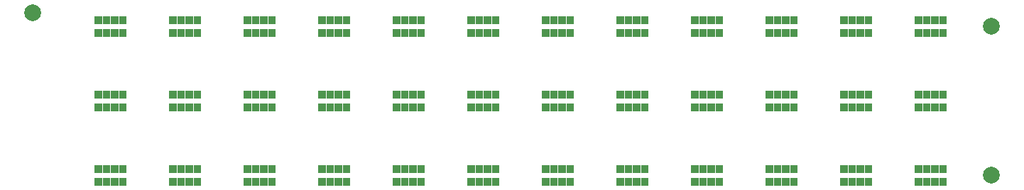
<source format=gbr>
G04 start of page 6 for group -4063 idx -4063 *
G04 Title: (unknown), componentmask *
G04 Creator: pcb 4.0.2 *
G04 CreationDate: Thu Oct 28 15:19:50 2021 UTC *
G04 For: ndholmes *
G04 Format: Gerber/RS-274X *
G04 PCB-Dimensions (mil): 4900.00 1150.00 *
G04 PCB-Coordinate-Origin: lower left *
%MOIN*%
%FSLAX25Y25*%
%LNTOPMASK*%
%ADD24C,0.0001*%
%ADD23C,0.0787*%
G54D23*X16000Y99000D03*
X466000Y22500D03*
Y92500D03*
G54D24*G36*
X185054Y91226D02*Y87790D01*
X188490D01*
Y91226D01*
X185054D01*
G37*
G36*
Y97210D02*Y93774D01*
X188490D01*
Y97210D01*
X185054D01*
G37*
G36*
X188874Y91226D02*Y87790D01*
X192308D01*
Y91226D01*
X188874D01*
G37*
G36*
X192692D02*Y87790D01*
X196126D01*
Y91226D01*
X192692D01*
G37*
G36*
Y97210D02*Y93774D01*
X196126D01*
Y97210D01*
X192692D01*
G37*
G36*
X188874D02*Y93774D01*
X192308D01*
Y97210D01*
X188874D01*
G37*
G36*
X196510Y91226D02*Y87790D01*
X199946D01*
Y91226D01*
X196510D01*
G37*
G36*
Y97210D02*Y93774D01*
X199946D01*
Y97210D01*
X196510D01*
G37*
G36*
X220054Y91226D02*Y87790D01*
X223490D01*
Y91226D01*
X220054D01*
G37*
G36*
X223874D02*Y87790D01*
X227308D01*
Y91226D01*
X223874D01*
G37*
G36*
X220054Y97210D02*Y93774D01*
X223490D01*
Y97210D01*
X220054D01*
G37*
G36*
X227692Y91226D02*Y87790D01*
X231126D01*
Y91226D01*
X227692D01*
G37*
G36*
X231510D02*Y87790D01*
X234946D01*
Y91226D01*
X231510D01*
G37*
G36*
X223874Y97210D02*Y93774D01*
X227308D01*
Y97210D01*
X223874D01*
G37*
G36*
X231510D02*Y93774D01*
X234946D01*
Y97210D01*
X231510D01*
G37*
G36*
X227692D02*Y93774D01*
X231126D01*
Y97210D01*
X227692D01*
G37*
G36*
X255054Y91226D02*Y87790D01*
X258490D01*
Y91226D01*
X255054D01*
G37*
G36*
Y97210D02*Y93774D01*
X258490D01*
Y97210D01*
X255054D01*
G37*
G36*
X258874Y91226D02*Y87790D01*
X262308D01*
Y91226D01*
X258874D01*
G37*
G36*
X262692D02*Y87790D01*
X266126D01*
Y91226D01*
X262692D01*
G37*
G36*
Y97210D02*Y93774D01*
X266126D01*
Y97210D01*
X262692D01*
G37*
G36*
X258874D02*Y93774D01*
X262308D01*
Y97210D01*
X258874D01*
G37*
G36*
X266510Y91226D02*Y87790D01*
X269946D01*
Y91226D01*
X266510D01*
G37*
G36*
Y97210D02*Y93774D01*
X269946D01*
Y97210D01*
X266510D01*
G37*
G36*
X290054Y91226D02*Y87790D01*
X293490D01*
Y91226D01*
X290054D01*
G37*
G36*
X293874D02*Y87790D01*
X297308D01*
Y91226D01*
X293874D01*
G37*
G36*
X290054Y97210D02*Y93774D01*
X293490D01*
Y97210D01*
X290054D01*
G37*
G36*
X297692Y91226D02*Y87790D01*
X301126D01*
Y91226D01*
X297692D01*
G37*
G36*
X301510D02*Y87790D01*
X304946D01*
Y91226D01*
X301510D01*
G37*
G36*
X293874Y97210D02*Y93774D01*
X297308D01*
Y97210D01*
X293874D01*
G37*
G36*
X301510D02*Y93774D01*
X304946D01*
Y97210D01*
X301510D01*
G37*
G36*
X297692D02*Y93774D01*
X301126D01*
Y97210D01*
X297692D01*
G37*
G36*
X325054Y91226D02*Y87790D01*
X328490D01*
Y91226D01*
X325054D01*
G37*
G36*
Y97210D02*Y93774D01*
X328490D01*
Y97210D01*
X325054D01*
G37*
G36*
X328874Y91226D02*Y87790D01*
X332308D01*
Y91226D01*
X328874D01*
G37*
G36*
X332692D02*Y87790D01*
X336126D01*
Y91226D01*
X332692D01*
G37*
G36*
Y97210D02*Y93774D01*
X336126D01*
Y97210D01*
X332692D01*
G37*
G36*
X328874D02*Y93774D01*
X332308D01*
Y97210D01*
X328874D01*
G37*
G36*
X336510Y91226D02*Y87790D01*
X339946D01*
Y91226D01*
X336510D01*
G37*
G36*
Y97210D02*Y93774D01*
X339946D01*
Y97210D01*
X336510D01*
G37*
G36*
X360054Y91226D02*Y87790D01*
X363490D01*
Y91226D01*
X360054D01*
G37*
G36*
X363874D02*Y87790D01*
X367308D01*
Y91226D01*
X363874D01*
G37*
G36*
X360054Y97210D02*Y93774D01*
X363490D01*
Y97210D01*
X360054D01*
G37*
G36*
X367692Y91226D02*Y87790D01*
X371126D01*
Y91226D01*
X367692D01*
G37*
G36*
X371510D02*Y87790D01*
X374946D01*
Y91226D01*
X371510D01*
G37*
G36*
X363874Y97210D02*Y93774D01*
X367308D01*
Y97210D01*
X363874D01*
G37*
G36*
X371510D02*Y93774D01*
X374946D01*
Y97210D01*
X371510D01*
G37*
G36*
X367692D02*Y93774D01*
X371126D01*
Y97210D01*
X367692D01*
G37*
G36*
X395054Y91226D02*Y87790D01*
X398490D01*
Y91226D01*
X395054D01*
G37*
G36*
Y97210D02*Y93774D01*
X398490D01*
Y97210D01*
X395054D01*
G37*
G36*
X398874Y91226D02*Y87790D01*
X402308D01*
Y91226D01*
X398874D01*
G37*
G36*
X402692D02*Y87790D01*
X406126D01*
Y91226D01*
X402692D01*
G37*
G36*
Y97210D02*Y93774D01*
X406126D01*
Y97210D01*
X402692D01*
G37*
G36*
X398874D02*Y93774D01*
X402308D01*
Y97210D01*
X398874D01*
G37*
G36*
X406510Y91226D02*Y87790D01*
X409946D01*
Y91226D01*
X406510D01*
G37*
G36*
Y97210D02*Y93774D01*
X409946D01*
Y97210D01*
X406510D01*
G37*
G36*
X430054Y91226D02*Y87790D01*
X433490D01*
Y91226D01*
X430054D01*
G37*
G36*
X433873D02*Y87790D01*
X437308D01*
Y91226D01*
X433873D01*
G37*
G36*
X430054Y97210D02*Y93774D01*
X433490D01*
Y97210D01*
X430054D01*
G37*
G36*
X437692Y91226D02*Y87790D01*
X441127D01*
Y91226D01*
X437692D01*
G37*
G36*
X441510D02*Y87790D01*
X444946D01*
Y91226D01*
X441510D01*
G37*
G36*
X433873Y97210D02*Y93774D01*
X437308D01*
Y97210D01*
X433873D01*
G37*
G36*
X441510D02*Y93774D01*
X444946D01*
Y97210D01*
X441510D01*
G37*
G36*
X437692D02*Y93774D01*
X441127D01*
Y97210D01*
X437692D01*
G37*
G36*
X115054Y91226D02*Y87790D01*
X118490D01*
Y91226D01*
X115054D01*
G37*
G36*
Y97210D02*Y93774D01*
X118490D01*
Y97210D01*
X115054D01*
G37*
G36*
X118873Y91226D02*Y87790D01*
X122308D01*
Y91226D01*
X118873D01*
G37*
G36*
X122692D02*Y87790D01*
X126127D01*
Y91226D01*
X122692D01*
G37*
G36*
Y97210D02*Y93774D01*
X126127D01*
Y97210D01*
X122692D01*
G37*
G36*
X118873D02*Y93774D01*
X122308D01*
Y97210D01*
X118873D01*
G37*
G36*
X126510Y91226D02*Y87790D01*
X129946D01*
Y91226D01*
X126510D01*
G37*
G36*
Y97210D02*Y93774D01*
X129946D01*
Y97210D01*
X126510D01*
G37*
G36*
X150054Y91226D02*Y87790D01*
X153490D01*
Y91226D01*
X150054D01*
G37*
G36*
X153874D02*Y87790D01*
X157308D01*
Y91226D01*
X153874D01*
G37*
G36*
X150054Y97210D02*Y93774D01*
X153490D01*
Y97210D01*
X150054D01*
G37*
G36*
X157692Y91226D02*Y87790D01*
X161126D01*
Y91226D01*
X157692D01*
G37*
G36*
X161510D02*Y87790D01*
X164946D01*
Y91226D01*
X161510D01*
G37*
G36*
X153874Y97210D02*Y93774D01*
X157308D01*
Y97210D01*
X153874D01*
G37*
G36*
X161510D02*Y93774D01*
X164946D01*
Y97210D01*
X161510D01*
G37*
G36*
X157692D02*Y93774D01*
X161126D01*
Y97210D01*
X157692D01*
G37*
G36*
X45054D02*Y93774D01*
X48490D01*
Y97210D01*
X45054D01*
G37*
G36*
X56510D02*Y93774D01*
X59946D01*
Y97210D01*
X56510D01*
G37*
G36*
X52692D02*Y93774D01*
X56126D01*
Y97210D01*
X52692D01*
G37*
G36*
Y91226D02*Y87790D01*
X56126D01*
Y91226D01*
X52692D01*
G37*
G36*
X56510D02*Y87790D01*
X59946D01*
Y91226D01*
X56510D01*
G37*
G36*
X48874Y97210D02*Y93774D01*
X52308D01*
Y97210D01*
X48874D01*
G37*
G36*
X45054Y91226D02*Y87790D01*
X48490D01*
Y91226D01*
X45054D01*
G37*
G36*
X48874D02*Y87790D01*
X52308D01*
Y91226D01*
X48874D01*
G37*
G36*
X45054Y56226D02*Y52790D01*
X48490D01*
Y56226D01*
X45054D01*
G37*
G36*
X48874D02*Y52790D01*
X52308D01*
Y56226D01*
X48874D01*
G37*
G36*
X45054Y62210D02*Y58774D01*
X48490D01*
Y62210D01*
X45054D01*
G37*
G36*
X52692Y56226D02*Y52790D01*
X56126D01*
Y56226D01*
X52692D01*
G37*
G36*
X56510D02*Y52790D01*
X59946D01*
Y56226D01*
X56510D01*
G37*
G36*
X48874Y62210D02*Y58774D01*
X52308D01*
Y62210D01*
X48874D01*
G37*
G36*
X56510D02*Y58774D01*
X59946D01*
Y62210D01*
X56510D01*
G37*
G36*
X52692D02*Y58774D01*
X56126D01*
Y62210D01*
X52692D01*
G37*
G36*
X45054Y21226D02*Y17790D01*
X48490D01*
Y21226D01*
X45054D01*
G37*
G36*
Y27210D02*Y23774D01*
X48490D01*
Y27210D01*
X45054D01*
G37*
G36*
X48874Y21226D02*Y17790D01*
X52308D01*
Y21226D01*
X48874D01*
G37*
G36*
Y27210D02*Y23774D01*
X52308D01*
Y27210D01*
X48874D01*
G37*
G36*
X52692Y21226D02*Y17790D01*
X56126D01*
Y21226D01*
X52692D01*
G37*
G36*
X56510D02*Y17790D01*
X59946D01*
Y21226D01*
X56510D01*
G37*
G36*
Y27210D02*Y23774D01*
X59946D01*
Y27210D01*
X56510D01*
G37*
G36*
X52692D02*Y23774D01*
X56126D01*
Y27210D01*
X52692D01*
G37*
G36*
X80054Y91226D02*Y87790D01*
X83490D01*
Y91226D01*
X80054D01*
G37*
G36*
X83874D02*Y87790D01*
X87308D01*
Y91226D01*
X83874D01*
G37*
G36*
X80054Y97210D02*Y93774D01*
X83490D01*
Y97210D01*
X80054D01*
G37*
G36*
X87692Y91226D02*Y87790D01*
X91126D01*
Y91226D01*
X87692D01*
G37*
G36*
X91510D02*Y87790D01*
X94946D01*
Y91226D01*
X91510D01*
G37*
G36*
X83874Y97210D02*Y93774D01*
X87308D01*
Y97210D01*
X83874D01*
G37*
G36*
X91510D02*Y93774D01*
X94946D01*
Y97210D01*
X91510D01*
G37*
G36*
X87692D02*Y93774D01*
X91126D01*
Y97210D01*
X87692D01*
G37*
G36*
X80054Y56226D02*Y52790D01*
X83490D01*
Y56226D01*
X80054D01*
G37*
G36*
Y62210D02*Y58774D01*
X83490D01*
Y62210D01*
X80054D01*
G37*
G36*
X83874Y56226D02*Y52790D01*
X87308D01*
Y56226D01*
X83874D01*
G37*
G36*
X87692D02*Y52790D01*
X91126D01*
Y56226D01*
X87692D01*
G37*
G36*
Y62210D02*Y58774D01*
X91126D01*
Y62210D01*
X87692D01*
G37*
G36*
X83874D02*Y58774D01*
X87308D01*
Y62210D01*
X83874D01*
G37*
G36*
X91510Y56226D02*Y52790D01*
X94946D01*
Y56226D01*
X91510D01*
G37*
G36*
Y62210D02*Y58774D01*
X94946D01*
Y62210D01*
X91510D01*
G37*
G36*
X80054Y21226D02*Y17790D01*
X83490D01*
Y21226D01*
X80054D01*
G37*
G36*
X83874D02*Y17790D01*
X87308D01*
Y21226D01*
X83874D01*
G37*
G36*
X80054Y27210D02*Y23774D01*
X83490D01*
Y27210D01*
X80054D01*
G37*
G36*
X87692Y21226D02*Y17790D01*
X91126D01*
Y21226D01*
X87692D01*
G37*
G36*
X91510D02*Y17790D01*
X94946D01*
Y21226D01*
X91510D01*
G37*
G36*
X83874Y27210D02*Y23774D01*
X87308D01*
Y27210D01*
X83874D01*
G37*
G36*
X91510D02*Y23774D01*
X94946D01*
Y27210D01*
X91510D01*
G37*
G36*
X87692D02*Y23774D01*
X91126D01*
Y27210D01*
X87692D01*
G37*
G36*
X115054Y56226D02*Y52790D01*
X118490D01*
Y56226D01*
X115054D01*
G37*
G36*
X118873D02*Y52790D01*
X122308D01*
Y56226D01*
X118873D01*
G37*
G36*
X115054Y62210D02*Y58774D01*
X118490D01*
Y62210D01*
X115054D01*
G37*
G36*
X122692Y56226D02*Y52790D01*
X126127D01*
Y56226D01*
X122692D01*
G37*
G36*
X126510D02*Y52790D01*
X129946D01*
Y56226D01*
X126510D01*
G37*
G36*
X118873Y62210D02*Y58774D01*
X122308D01*
Y62210D01*
X118873D01*
G37*
G36*
X126510D02*Y58774D01*
X129946D01*
Y62210D01*
X126510D01*
G37*
G36*
X122692D02*Y58774D01*
X126127D01*
Y62210D01*
X122692D01*
G37*
G36*
X115054Y21226D02*Y17790D01*
X118490D01*
Y21226D01*
X115054D01*
G37*
G36*
Y27210D02*Y23774D01*
X118490D01*
Y27210D01*
X115054D01*
G37*
G36*
X118873Y21226D02*Y17790D01*
X122308D01*
Y21226D01*
X118873D01*
G37*
G36*
Y27210D02*Y23774D01*
X122308D01*
Y27210D01*
X118873D01*
G37*
G36*
X122692Y21226D02*Y17790D01*
X126127D01*
Y21226D01*
X122692D01*
G37*
G36*
X126510D02*Y17790D01*
X129946D01*
Y21226D01*
X126510D01*
G37*
G36*
Y27210D02*Y23774D01*
X129946D01*
Y27210D01*
X126510D01*
G37*
G36*
X122692D02*Y23774D01*
X126127D01*
Y27210D01*
X122692D01*
G37*
G36*
X150054Y56226D02*Y52790D01*
X153490D01*
Y56226D01*
X150054D01*
G37*
G36*
Y62210D02*Y58774D01*
X153490D01*
Y62210D01*
X150054D01*
G37*
G36*
X153874Y56226D02*Y52790D01*
X157308D01*
Y56226D01*
X153874D01*
G37*
G36*
X157692D02*Y52790D01*
X161126D01*
Y56226D01*
X157692D01*
G37*
G36*
Y62210D02*Y58774D01*
X161126D01*
Y62210D01*
X157692D01*
G37*
G36*
X153874D02*Y58774D01*
X157308D01*
Y62210D01*
X153874D01*
G37*
G36*
X161510Y56226D02*Y52790D01*
X164946D01*
Y56226D01*
X161510D01*
G37*
G36*
Y62210D02*Y58774D01*
X164946D01*
Y62210D01*
X161510D01*
G37*
G36*
X150054Y21226D02*Y17790D01*
X153490D01*
Y21226D01*
X150054D01*
G37*
G36*
X153874D02*Y17790D01*
X157308D01*
Y21226D01*
X153874D01*
G37*
G36*
X150054Y27210D02*Y23774D01*
X153490D01*
Y27210D01*
X150054D01*
G37*
G36*
X157692Y21226D02*Y17790D01*
X161126D01*
Y21226D01*
X157692D01*
G37*
G36*
X161510D02*Y17790D01*
X164946D01*
Y21226D01*
X161510D01*
G37*
G36*
X153874Y27210D02*Y23774D01*
X157308D01*
Y27210D01*
X153874D01*
G37*
G36*
X161510D02*Y23774D01*
X164946D01*
Y27210D01*
X161510D01*
G37*
G36*
X157692D02*Y23774D01*
X161126D01*
Y27210D01*
X157692D01*
G37*
G36*
X185054Y21226D02*Y17790D01*
X188490D01*
Y21226D01*
X185054D01*
G37*
G36*
Y27210D02*Y23774D01*
X188490D01*
Y27210D01*
X185054D01*
G37*
G36*
X188874Y21226D02*Y17790D01*
X192308D01*
Y21226D01*
X188874D01*
G37*
G36*
X192692D02*Y17790D01*
X196126D01*
Y21226D01*
X192692D01*
G37*
G36*
Y27210D02*Y23774D01*
X196126D01*
Y27210D01*
X192692D01*
G37*
G36*
X188874D02*Y23774D01*
X192308D01*
Y27210D01*
X188874D01*
G37*
G36*
X196510Y21226D02*Y17790D01*
X199946D01*
Y21226D01*
X196510D01*
G37*
G36*
Y27210D02*Y23774D01*
X199946D01*
Y27210D01*
X196510D01*
G37*
G36*
X185054Y56226D02*Y52790D01*
X188490D01*
Y56226D01*
X185054D01*
G37*
G36*
X188874D02*Y52790D01*
X192308D01*
Y56226D01*
X188874D01*
G37*
G36*
X185054Y62210D02*Y58774D01*
X188490D01*
Y62210D01*
X185054D01*
G37*
G36*
X192692Y56226D02*Y52790D01*
X196126D01*
Y56226D01*
X192692D01*
G37*
G36*
X196510D02*Y52790D01*
X199946D01*
Y56226D01*
X196510D01*
G37*
G36*
X188874Y62210D02*Y58774D01*
X192308D01*
Y62210D01*
X188874D01*
G37*
G36*
X196510D02*Y58774D01*
X199946D01*
Y62210D01*
X196510D01*
G37*
G36*
X192692D02*Y58774D01*
X196126D01*
Y62210D01*
X192692D01*
G37*
G36*
X220054Y56226D02*Y52790D01*
X223490D01*
Y56226D01*
X220054D01*
G37*
G36*
Y62210D02*Y58774D01*
X223490D01*
Y62210D01*
X220054D01*
G37*
G36*
X223874Y56226D02*Y52790D01*
X227308D01*
Y56226D01*
X223874D01*
G37*
G36*
X227692D02*Y52790D01*
X231126D01*
Y56226D01*
X227692D01*
G37*
G36*
Y62210D02*Y58774D01*
X231126D01*
Y62210D01*
X227692D01*
G37*
G36*
X223874D02*Y58774D01*
X227308D01*
Y62210D01*
X223874D01*
G37*
G36*
X231510Y56226D02*Y52790D01*
X234946D01*
Y56226D01*
X231510D01*
G37*
G36*
Y62210D02*Y58774D01*
X234946D01*
Y62210D01*
X231510D01*
G37*
G36*
X255054Y56226D02*Y52790D01*
X258490D01*
Y56226D01*
X255054D01*
G37*
G36*
X258874D02*Y52790D01*
X262308D01*
Y56226D01*
X258874D01*
G37*
G36*
X255054Y62210D02*Y58774D01*
X258490D01*
Y62210D01*
X255054D01*
G37*
G36*
X262692Y56226D02*Y52790D01*
X266126D01*
Y56226D01*
X262692D01*
G37*
G36*
X266510D02*Y52790D01*
X269946D01*
Y56226D01*
X266510D01*
G37*
G36*
X258874Y62210D02*Y58774D01*
X262308D01*
Y62210D01*
X258874D01*
G37*
G36*
X266510D02*Y58774D01*
X269946D01*
Y62210D01*
X266510D01*
G37*
G36*
X262692D02*Y58774D01*
X266126D01*
Y62210D01*
X262692D01*
G37*
G36*
X290054Y56226D02*Y52790D01*
X293490D01*
Y56226D01*
X290054D01*
G37*
G36*
Y62210D02*Y58774D01*
X293490D01*
Y62210D01*
X290054D01*
G37*
G36*
X293874Y56226D02*Y52790D01*
X297308D01*
Y56226D01*
X293874D01*
G37*
G36*
X297692D02*Y52790D01*
X301126D01*
Y56226D01*
X297692D01*
G37*
G36*
Y62210D02*Y58774D01*
X301126D01*
Y62210D01*
X297692D01*
G37*
G36*
X293874D02*Y58774D01*
X297308D01*
Y62210D01*
X293874D01*
G37*
G36*
X301510Y56226D02*Y52790D01*
X304946D01*
Y56226D01*
X301510D01*
G37*
G36*
Y62210D02*Y58774D01*
X304946D01*
Y62210D01*
X301510D01*
G37*
G36*
X325054Y56226D02*Y52790D01*
X328490D01*
Y56226D01*
X325054D01*
G37*
G36*
X328874D02*Y52790D01*
X332308D01*
Y56226D01*
X328874D01*
G37*
G36*
X325054Y62210D02*Y58774D01*
X328490D01*
Y62210D01*
X325054D01*
G37*
G36*
X332692Y56226D02*Y52790D01*
X336126D01*
Y56226D01*
X332692D01*
G37*
G36*
X336510D02*Y52790D01*
X339946D01*
Y56226D01*
X336510D01*
G37*
G36*
X328874Y62210D02*Y58774D01*
X332308D01*
Y62210D01*
X328874D01*
G37*
G36*
X336510D02*Y58774D01*
X339946D01*
Y62210D01*
X336510D01*
G37*
G36*
X332692D02*Y58774D01*
X336126D01*
Y62210D01*
X332692D01*
G37*
G36*
X360054Y56226D02*Y52790D01*
X363490D01*
Y56226D01*
X360054D01*
G37*
G36*
Y62210D02*Y58774D01*
X363490D01*
Y62210D01*
X360054D01*
G37*
G36*
X363874Y56226D02*Y52790D01*
X367308D01*
Y56226D01*
X363874D01*
G37*
G36*
X367692D02*Y52790D01*
X371126D01*
Y56226D01*
X367692D01*
G37*
G36*
Y62210D02*Y58774D01*
X371126D01*
Y62210D01*
X367692D01*
G37*
G36*
X363874D02*Y58774D01*
X367308D01*
Y62210D01*
X363874D01*
G37*
G36*
X371510Y56226D02*Y52790D01*
X374946D01*
Y56226D01*
X371510D01*
G37*
G36*
Y62210D02*Y58774D01*
X374946D01*
Y62210D01*
X371510D01*
G37*
G36*
X395054Y56226D02*Y52790D01*
X398490D01*
Y56226D01*
X395054D01*
G37*
G36*
X398874D02*Y52790D01*
X402308D01*
Y56226D01*
X398874D01*
G37*
G36*
X395054Y62210D02*Y58774D01*
X398490D01*
Y62210D01*
X395054D01*
G37*
G36*
X402692Y56226D02*Y52790D01*
X406126D01*
Y56226D01*
X402692D01*
G37*
G36*
X406510D02*Y52790D01*
X409946D01*
Y56226D01*
X406510D01*
G37*
G36*
X398874Y62210D02*Y58774D01*
X402308D01*
Y62210D01*
X398874D01*
G37*
G36*
X406510D02*Y58774D01*
X409946D01*
Y62210D01*
X406510D01*
G37*
G36*
X402692D02*Y58774D01*
X406126D01*
Y62210D01*
X402692D01*
G37*
G36*
X430054Y56226D02*Y52790D01*
X433490D01*
Y56226D01*
X430054D01*
G37*
G36*
Y62210D02*Y58774D01*
X433490D01*
Y62210D01*
X430054D01*
G37*
G36*
X433873Y56226D02*Y52790D01*
X437308D01*
Y56226D01*
X433873D01*
G37*
G36*
X437692D02*Y52790D01*
X441127D01*
Y56226D01*
X437692D01*
G37*
G36*
Y62210D02*Y58774D01*
X441127D01*
Y62210D01*
X437692D01*
G37*
G36*
X433873D02*Y58774D01*
X437308D01*
Y62210D01*
X433873D01*
G37*
G36*
X441510Y56226D02*Y52790D01*
X444946D01*
Y56226D01*
X441510D01*
G37*
G36*
Y62210D02*Y58774D01*
X444946D01*
Y62210D01*
X441510D01*
G37*
G36*
X220054Y21226D02*Y17790D01*
X223490D01*
Y21226D01*
X220054D01*
G37*
G36*
X223874D02*Y17790D01*
X227308D01*
Y21226D01*
X223874D01*
G37*
G36*
X220054Y27210D02*Y23774D01*
X223490D01*
Y27210D01*
X220054D01*
G37*
G36*
X227692Y21226D02*Y17790D01*
X231126D01*
Y21226D01*
X227692D01*
G37*
G36*
X231510D02*Y17790D01*
X234946D01*
Y21226D01*
X231510D01*
G37*
G36*
X223874Y27210D02*Y23774D01*
X227308D01*
Y27210D01*
X223874D01*
G37*
G36*
X231510D02*Y23774D01*
X234946D01*
Y27210D01*
X231510D01*
G37*
G36*
X227692D02*Y23774D01*
X231126D01*
Y27210D01*
X227692D01*
G37*
G36*
X255054Y21226D02*Y17790D01*
X258490D01*
Y21226D01*
X255054D01*
G37*
G36*
Y27210D02*Y23774D01*
X258490D01*
Y27210D01*
X255054D01*
G37*
G36*
X258874Y21226D02*Y17790D01*
X262308D01*
Y21226D01*
X258874D01*
G37*
G36*
X262692D02*Y17790D01*
X266126D01*
Y21226D01*
X262692D01*
G37*
G36*
Y27210D02*Y23774D01*
X266126D01*
Y27210D01*
X262692D01*
G37*
G36*
X258874D02*Y23774D01*
X262308D01*
Y27210D01*
X258874D01*
G37*
G36*
X266510Y21226D02*Y17790D01*
X269946D01*
Y21226D01*
X266510D01*
G37*
G36*
Y27210D02*Y23774D01*
X269946D01*
Y27210D01*
X266510D01*
G37*
G36*
X290054Y21226D02*Y17790D01*
X293490D01*
Y21226D01*
X290054D01*
G37*
G36*
X293874D02*Y17790D01*
X297308D01*
Y21226D01*
X293874D01*
G37*
G36*
X290054Y27210D02*Y23774D01*
X293490D01*
Y27210D01*
X290054D01*
G37*
G36*
X297692Y21226D02*Y17790D01*
X301126D01*
Y21226D01*
X297692D01*
G37*
G36*
X301510D02*Y17790D01*
X304946D01*
Y21226D01*
X301510D01*
G37*
G36*
X293874Y27210D02*Y23774D01*
X297308D01*
Y27210D01*
X293874D01*
G37*
G36*
X301510D02*Y23774D01*
X304946D01*
Y27210D01*
X301510D01*
G37*
G36*
X297692D02*Y23774D01*
X301126D01*
Y27210D01*
X297692D01*
G37*
G36*
X325054Y21226D02*Y17790D01*
X328490D01*
Y21226D01*
X325054D01*
G37*
G36*
Y27210D02*Y23774D01*
X328490D01*
Y27210D01*
X325054D01*
G37*
G36*
X328874Y21226D02*Y17790D01*
X332308D01*
Y21226D01*
X328874D01*
G37*
G36*
X332692D02*Y17790D01*
X336126D01*
Y21226D01*
X332692D01*
G37*
G36*
Y27210D02*Y23774D01*
X336126D01*
Y27210D01*
X332692D01*
G37*
G36*
X328874D02*Y23774D01*
X332308D01*
Y27210D01*
X328874D01*
G37*
G36*
X336510Y21226D02*Y17790D01*
X339946D01*
Y21226D01*
X336510D01*
G37*
G36*
Y27210D02*Y23774D01*
X339946D01*
Y27210D01*
X336510D01*
G37*
G36*
X360054Y21226D02*Y17790D01*
X363490D01*
Y21226D01*
X360054D01*
G37*
G36*
X363874D02*Y17790D01*
X367308D01*
Y21226D01*
X363874D01*
G37*
G36*
X360054Y27210D02*Y23774D01*
X363490D01*
Y27210D01*
X360054D01*
G37*
G36*
X367692Y21226D02*Y17790D01*
X371126D01*
Y21226D01*
X367692D01*
G37*
G36*
X371510D02*Y17790D01*
X374946D01*
Y21226D01*
X371510D01*
G37*
G36*
X363874Y27210D02*Y23774D01*
X367308D01*
Y27210D01*
X363874D01*
G37*
G36*
X371510D02*Y23774D01*
X374946D01*
Y27210D01*
X371510D01*
G37*
G36*
X367692D02*Y23774D01*
X371126D01*
Y27210D01*
X367692D01*
G37*
G36*
X395054Y21226D02*Y17790D01*
X398490D01*
Y21226D01*
X395054D01*
G37*
G36*
Y27210D02*Y23774D01*
X398490D01*
Y27210D01*
X395054D01*
G37*
G36*
X398874Y21226D02*Y17790D01*
X402308D01*
Y21226D01*
X398874D01*
G37*
G36*
X402692D02*Y17790D01*
X406126D01*
Y21226D01*
X402692D01*
G37*
G36*
Y27210D02*Y23774D01*
X406126D01*
Y27210D01*
X402692D01*
G37*
G36*
X398874D02*Y23774D01*
X402308D01*
Y27210D01*
X398874D01*
G37*
G36*
X406510Y21226D02*Y17790D01*
X409946D01*
Y21226D01*
X406510D01*
G37*
G36*
Y27210D02*Y23774D01*
X409946D01*
Y27210D01*
X406510D01*
G37*
G36*
X430054Y21226D02*Y17790D01*
X433490D01*
Y21226D01*
X430054D01*
G37*
G36*
X433873D02*Y17790D01*
X437308D01*
Y21226D01*
X433873D01*
G37*
G36*
X430054Y27210D02*Y23774D01*
X433490D01*
Y27210D01*
X430054D01*
G37*
G36*
X437692Y21226D02*Y17790D01*
X441127D01*
Y21226D01*
X437692D01*
G37*
G36*
X441510D02*Y17790D01*
X444946D01*
Y21226D01*
X441510D01*
G37*
G36*
X433873Y27210D02*Y23774D01*
X437308D01*
Y27210D01*
X433873D01*
G37*
G36*
X441510D02*Y23774D01*
X444946D01*
Y27210D01*
X441510D01*
G37*
G36*
X437692D02*Y23774D01*
X441127D01*
Y27210D01*
X437692D01*
G37*
M02*

</source>
